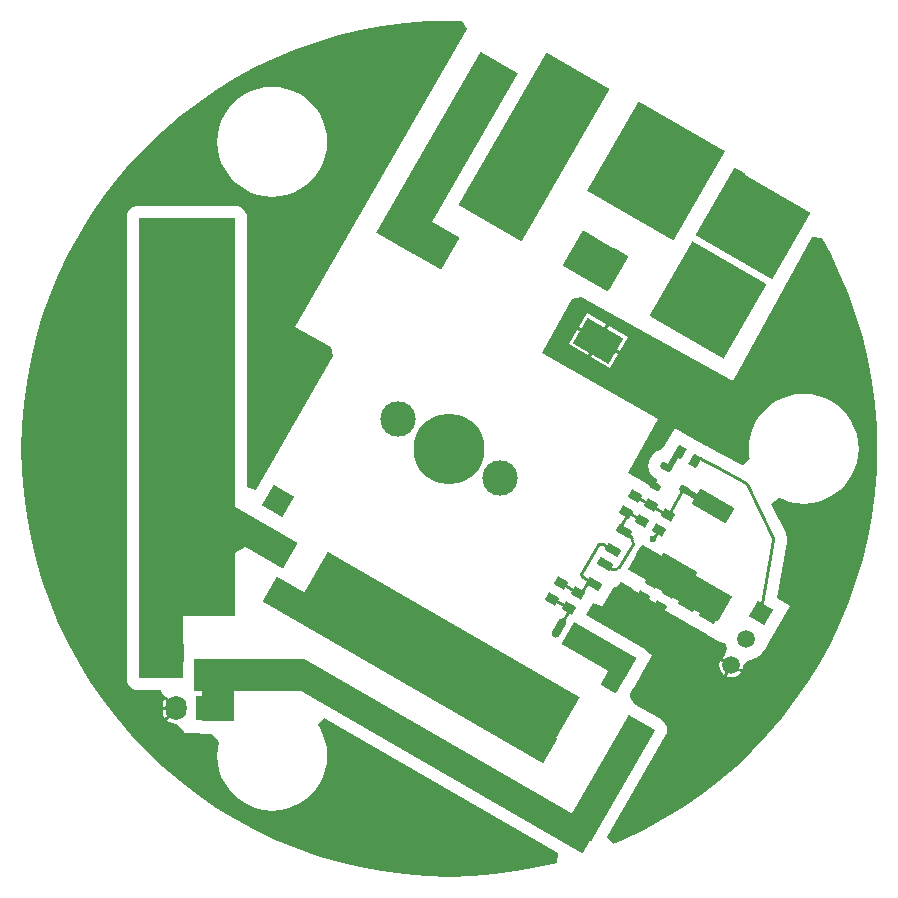
<source format=gtl>
G04*
G04 #@! TF.GenerationSoftware,Altium Limited,Altium Designer,21.1.1 (26)*
G04*
G04 Layer_Physical_Order=1*
G04 Layer_Color=255*
%FSLAX25Y25*%
%MOIN*%
G70*
G04*
G04 #@! TF.SameCoordinates,7E344F8E-89F9-4E97-97FE-234FB0D6FCC2*
G04*
G04*
G04 #@! TF.FilePolarity,Positive*
G04*
G01*
G75*
%ADD10C,0.01000*%
G04:AMPARAMS|DCode=21|XSize=29.53mil|YSize=39.37mil|CornerRadius=0mil|HoleSize=0mil|Usage=FLASHONLY|Rotation=150.000|XOffset=0mil|YOffset=0mil|HoleType=Round|Shape=Rectangle|*
%AMROTATEDRECTD21*
4,1,4,0.02263,0.00967,0.00294,-0.02443,-0.02263,-0.00967,-0.00294,0.02443,0.02263,0.00967,0.0*
%
%ADD21ROTATEDRECTD21*%

G04:AMPARAMS|DCode=22|XSize=131.89mil|YSize=59.06mil|CornerRadius=0mil|HoleSize=0mil|Usage=FLASHONLY|Rotation=330.000|XOffset=0mil|YOffset=0mil|HoleType=Round|Shape=Rectangle|*
%AMROTATEDRECTD22*
4,1,4,-0.07187,0.00740,-0.04235,0.05854,0.07187,-0.00740,0.04235,-0.05854,-0.07187,0.00740,0.0*
%
%ADD22ROTATEDRECTD22*%

G04:AMPARAMS|DCode=23|XSize=131.89mil|YSize=59.06mil|CornerRadius=0mil|HoleSize=0mil|Usage=FLASHONLY|Rotation=60.000|XOffset=0mil|YOffset=0mil|HoleType=Round|Shape=Rectangle|*
%AMROTATEDRECTD23*
4,1,4,-0.00740,-0.07187,-0.05854,-0.04235,0.00740,0.07187,0.05854,0.04235,-0.00740,-0.07187,0.0*
%
%ADD23ROTATEDRECTD23*%

G04:AMPARAMS|DCode=24|XSize=92.56mil|YSize=100.43mil|CornerRadius=23.14mil|HoleSize=0mil|Usage=FLASHONLY|Rotation=0.000|XOffset=0mil|YOffset=0mil|HoleType=Round|Shape=RoundedRectangle|*
%AMROUNDEDRECTD24*
21,1,0.09256,0.05415,0,0,0.0*
21,1,0.04628,0.10043,0,0,0.0*
1,1,0.04628,0.02314,-0.02708*
1,1,0.04628,-0.02314,-0.02708*
1,1,0.04628,-0.02314,0.02708*
1,1,0.04628,0.02314,0.02708*
%
%ADD24ROUNDEDRECTD24*%
G04:AMPARAMS|DCode=25|XSize=29.53mil|YSize=39.37mil|CornerRadius=0mil|HoleSize=0mil|Usage=FLASHONLY|Rotation=240.000|XOffset=0mil|YOffset=0mil|HoleType=Round|Shape=Rectangle|*
%AMROTATEDRECTD25*
4,1,4,-0.00967,0.02263,0.02443,0.00294,0.00967,-0.02263,-0.02443,-0.00294,-0.00967,0.02263,0.0*
%
%ADD25ROTATEDRECTD25*%

G04:AMPARAMS|DCode=26|XSize=41.34mil|YSize=70.87mil|CornerRadius=0mil|HoleSize=0mil|Usage=FLASHONLY|Rotation=330.000|XOffset=0mil|YOffset=0mil|HoleType=Round|Shape=Rectangle|*
%AMROTATEDRECTD26*
4,1,4,-0.03562,-0.02035,-0.00018,0.04102,0.03562,0.02035,0.00018,-0.04102,-0.03562,-0.02035,0.0*
%
%ADD26ROTATEDRECTD26*%

%ADD27R,0.13189X0.05906*%
G04:AMPARAMS|DCode=28|XSize=37.4mil|YSize=57.09mil|CornerRadius=0mil|HoleSize=0mil|Usage=FLASHONLY|Rotation=60.000|XOffset=0mil|YOffset=0mil|HoleType=Round|Shape=Rectangle|*
%AMROTATEDRECTD28*
4,1,4,0.01537,-0.03047,-0.03407,-0.00192,-0.01537,0.03047,0.03407,0.00192,0.01537,-0.03047,0.0*
%
%ADD28ROTATEDRECTD28*%

G04:AMPARAMS|DCode=29|XSize=107.99mil|YSize=85mil|CornerRadius=0mil|HoleSize=0mil|Usage=FLASHONLY|Rotation=150.000|XOffset=0mil|YOffset=0mil|HoleType=Round|Shape=Rectangle|*
%AMROTATEDRECTD29*
4,1,4,0.06801,0.00981,0.02551,-0.06380,-0.06801,-0.00981,-0.02551,0.06380,0.06801,0.00981,0.0*
%
%ADD29ROTATEDRECTD29*%

G04:AMPARAMS|DCode=30|XSize=23.62mil|YSize=27.56mil|CornerRadius=0mil|HoleSize=0mil|Usage=FLASHONLY|Rotation=240.000|XOffset=0mil|YOffset=0mil|HoleType=Round|Shape=Rectangle|*
%AMROTATEDRECTD30*
4,1,4,-0.00603,0.01712,0.01784,0.00334,0.00603,-0.01712,-0.01784,-0.00334,-0.00603,0.01712,0.0*
%
%ADD30ROTATEDRECTD30*%

G04:AMPARAMS|DCode=31|XSize=39.37mil|YSize=27.56mil|CornerRadius=0mil|HoleSize=0mil|Usage=FLASHONLY|Rotation=240.000|XOffset=0mil|YOffset=0mil|HoleType=Round|Shape=Rectangle|*
%AMROTATEDRECTD31*
4,1,4,-0.00209,0.02394,0.02178,0.01016,0.00209,-0.02394,-0.02178,-0.01016,-0.00209,0.02394,0.0*
%
%ADD31ROTATEDRECTD31*%

G04:AMPARAMS|DCode=32|XSize=27.56mil|YSize=70.87mil|CornerRadius=0mil|HoleSize=0mil|Usage=FLASHONLY|Rotation=330.000|XOffset=0mil|YOffset=0mil|HoleType=Round|Shape=Round|*
%AMOVALD32*
21,1,0.04331,0.02756,0.00000,0.00000,60.0*
1,1,0.02756,-0.01083,-0.01875*
1,1,0.02756,0.01083,0.01875*
%
%ADD32OVALD32*%

G04:AMPARAMS|DCode=33|XSize=27.56mil|YSize=49.21mil|CornerRadius=0mil|HoleSize=0mil|Usage=FLASHONLY|Rotation=60.000|XOffset=0mil|YOffset=0mil|HoleType=Round|Shape=Rectangle|*
%AMROTATEDRECTD33*
4,1,4,0.01442,-0.02424,-0.02820,0.00037,-0.01442,0.02424,0.02820,-0.00037,0.01442,-0.02424,0.0*
%
%ADD33ROTATEDRECTD33*%

G04:AMPARAMS|DCode=34|XSize=23.62mil|YSize=39.37mil|CornerRadius=5.91mil|HoleSize=0mil|Usage=FLASHONLY|Rotation=60.000|XOffset=0mil|YOffset=0mil|HoleType=Round|Shape=RoundedRectangle|*
%AMROUNDEDRECTD34*
21,1,0.02362,0.02756,0,0,60.0*
21,1,0.01181,0.03937,0,0,60.0*
1,1,0.01181,0.01489,-0.00178*
1,1,0.01181,0.00898,-0.01200*
1,1,0.01181,-0.01489,0.00178*
1,1,0.01181,-0.00898,0.01200*
%
%ADD34ROUNDEDRECTD34*%
%ADD62C,0.02000*%
%ADD63R,0.36500X0.11000*%
G04:AMPARAMS|DCode=64|XSize=1130.4mil|YSize=97.92mil|CornerRadius=0mil|HoleSize=0mil|Usage=FLASHONLY|Rotation=150.000|XOffset=0mil|YOffset=0mil|HoleType=Round|Shape=Rectangle|*
%AMROTATEDRECTD64*
4,1,4,0.51396,-0.24020,0.46500,-0.32500,-0.51396,0.24020,-0.46500,0.32500,0.51396,-0.24020,0.0*
%
%ADD64ROTATEDRECTD64*%

G04:AMPARAMS|DCode=65|XSize=426.77mil|YSize=101.6mil|CornerRadius=0mil|HoleSize=0mil|Usage=FLASHONLY|Rotation=60.000|XOffset=0mil|YOffset=0mil|HoleType=Round|Shape=Rectangle|*
%AMROTATEDRECTD65*
4,1,4,-0.06270,-0.21020,-0.15069,-0.15940,0.06270,0.21020,0.15069,0.15940,-0.06270,-0.21020,0.0*
%
%ADD65ROTATEDRECTD65*%

G04:AMPARAMS|DCode=66|XSize=346.46mil|YSize=95.39mil|CornerRadius=0mil|HoleSize=0mil|Usage=FLASHONLY|Rotation=150.000|XOffset=0mil|YOffset=0mil|HoleType=Round|Shape=Rectangle|*
%AMROTATEDRECTD66*
4,1,4,0.17387,-0.04531,0.12617,-0.12792,-0.17387,0.04531,-0.12617,0.12792,0.17387,-0.04531,0.0*
%
%ADD66ROTATEDRECTD66*%

%ADD67R,0.11000X0.21000*%
G04:AMPARAMS|DCode=68|XSize=264.02mil|YSize=94.28mil|CornerRadius=0mil|HoleSize=0mil|Usage=FLASHONLY|Rotation=30.000|XOffset=0mil|YOffset=0mil|HoleType=Round|Shape=Rectangle|*
%AMROTATEDRECTD68*
4,1,4,-0.09075,-0.10683,-0.13789,-0.02518,0.09075,0.10683,0.13789,0.02518,-0.09075,-0.10683,0.0*
%
%ADD68ROTATEDRECTD68*%

G04:AMPARAMS|DCode=69|XSize=264.02mil|YSize=98.61mil|CornerRadius=0mil|HoleSize=0mil|Usage=FLASHONLY|Rotation=150.000|XOffset=0mil|YOffset=0mil|HoleType=Round|Shape=Rectangle|*
%AMROTATEDRECTD69*
4,1,4,0.13898,-0.02330,0.08967,-0.10871,-0.13898,0.02330,-0.08967,0.10871,0.13898,-0.02330,0.0*
%
%ADD69ROTATEDRECTD69*%

%ADD70R,0.15000X0.21500*%
%ADD71R,0.32000X1.33000*%
G04:AMPARAMS|DCode=72|XSize=969.55mil|YSize=249.73mil|CornerRadius=0mil|HoleSize=0mil|Usage=FLASHONLY|Rotation=150.000|XOffset=0mil|YOffset=0mil|HoleType=Round|Shape=Rectangle|*
%AMROTATEDRECTD72*
4,1,4,0.48226,-0.13425,0.35740,-0.35052,-0.48226,0.13425,-0.35740,0.35052,0.48226,-0.13425,0.0*
%
%ADD72ROTATEDRECTD72*%

G04:AMPARAMS|DCode=73|XSize=1079.73mil|YSize=95.44mil|CornerRadius=0mil|HoleSize=0mil|Usage=FLASHONLY|Rotation=150.000|XOffset=0mil|YOffset=0mil|HoleType=Round|Shape=Rectangle|*
%AMROTATEDRECTD73*
4,1,4,0.49140,-0.22861,0.44368,-0.31126,-0.49140,0.22861,-0.44368,0.31126,0.49140,-0.22861,0.0*
%
%ADD73ROTATEDRECTD73*%

G04:AMPARAMS|DCode=74|XSize=240.7mil|YSize=84.28mil|CornerRadius=0mil|HoleSize=0mil|Usage=FLASHONLY|Rotation=150.000|XOffset=0mil|YOffset=0mil|HoleType=Round|Shape=Rectangle|*
%AMROTATEDRECTD74*
4,1,4,0.12530,-0.02368,0.08316,-0.09667,-0.12530,0.02368,-0.08316,0.09667,0.12530,-0.02368,0.0*
%
%ADD74ROTATEDRECTD74*%

G04:AMPARAMS|DCode=75|XSize=332.31mil|YSize=343.6mil|CornerRadius=0mil|HoleSize=0mil|Usage=FLASHONLY|Rotation=150.000|XOffset=0mil|YOffset=0mil|HoleType=Round|Shape=Rectangle|*
%AMROTATEDRECTD75*
4,1,4,0.22979,0.06571,0.05799,-0.23186,-0.22979,-0.06571,-0.05799,0.23186,0.22979,0.06571,0.0*
%
%ADD75ROTATEDRECTD75*%

G04:AMPARAMS|DCode=76|XSize=295.17mil|YSize=256.2mil|CornerRadius=0mil|HoleSize=0mil|Usage=FLASHONLY|Rotation=150.000|XOffset=0mil|YOffset=0mil|HoleType=Round|Shape=Rectangle|*
%AMROTATEDRECTD76*
4,1,4,0.19186,0.03714,0.06376,-0.18473,-0.19186,-0.03714,-0.06376,0.18473,0.19186,0.03714,0.0*
%
%ADD76ROTATEDRECTD76*%

G04:AMPARAMS|DCode=77|XSize=285.54mil|YSize=286.87mil|CornerRadius=0mil|HoleSize=0mil|Usage=FLASHONLY|Rotation=150.000|XOffset=0mil|YOffset=0mil|HoleType=Round|Shape=Rectangle|*
%AMROTATEDRECTD77*
4,1,4,0.19536,0.05283,0.05193,-0.19560,-0.19536,-0.05283,-0.05193,0.19560,0.19536,0.05283,0.0*
%
%ADD77ROTATEDRECTD77*%

G04:AMPARAMS|DCode=78|XSize=134.59mil|YSize=172.4mil|CornerRadius=0mil|HoleSize=0mil|Usage=FLASHONLY|Rotation=60.000|XOffset=0mil|YOffset=0mil|HoleType=Round|Shape=Rectangle|*
%AMROTATEDRECTD78*
4,1,4,0.04101,-0.10138,-0.10830,-0.01518,-0.04101,0.10138,0.10830,0.01518,0.04101,-0.10138,0.0*
%
%ADD78ROTATEDRECTD78*%

G04:AMPARAMS|DCode=79|XSize=123.43mil|YSize=249.22mil|CornerRadius=0mil|HoleSize=0mil|Usage=FLASHONLY|Rotation=60.000|XOffset=0mil|YOffset=0mil|HoleType=Round|Shape=Rectangle|*
%AMROTATEDRECTD79*
4,1,4,0.07706,-0.11575,-0.13877,0.00886,-0.07706,0.11575,0.13877,-0.00886,0.07706,-0.11575,0.0*
%
%ADD79ROTATEDRECTD79*%

G04:AMPARAMS|DCode=80|XSize=243.21mil|YSize=586.67mil|CornerRadius=0mil|HoleSize=0mil|Usage=FLASHONLY|Rotation=330.000|XOffset=0mil|YOffset=0mil|HoleType=Round|Shape=Rectangle|*
%AMROTATEDRECTD80*
4,1,4,-0.25198,-0.19324,0.04136,0.31484,0.25198,0.19324,-0.04136,-0.31484,-0.25198,-0.19324,0.0*
%
%ADD80ROTATEDRECTD80*%

G04:AMPARAMS|DCode=81|XSize=143.56mil|YSize=695.85mil|CornerRadius=0mil|HoleSize=0mil|Usage=FLASHONLY|Rotation=330.000|XOffset=0mil|YOffset=0mil|HoleType=Round|Shape=Rectangle|*
%AMROTATEDRECTD81*
4,1,4,-0.23613,-0.26542,0.11180,0.33720,0.23613,0.26542,-0.11180,-0.33720,-0.23613,-0.26542,0.0*
%
%ADD81ROTATEDRECTD81*%

G04:AMPARAMS|DCode=82|XSize=137.8mil|YSize=98.43mil|CornerRadius=0mil|HoleSize=0mil|Usage=FLASHONLY|Rotation=150.000|XOffset=0mil|YOffset=0mil|HoleType=Round|Shape=Rectangle|*
%AMROTATEDRECTD82*
4,1,4,0.08427,0.00817,0.03506,-0.07707,-0.08427,-0.00817,-0.03506,0.07707,0.08427,0.00817,0.0*
%
%ADD82ROTATEDRECTD82*%

%ADD83P,0.11136X4X195.0*%
%ADD84C,0.23622*%
%ADD85C,0.11811*%
%ADD86C,0.07874*%
%ADD87P,0.08352X4X285.0*%
%ADD88C,0.05906*%
G04:AMPARAMS|DCode=89|XSize=70.87mil|YSize=82.68mil|CornerRadius=0mil|HoleSize=0mil|Usage=FLASHONLY|Rotation=150.000|XOffset=0mil|YOffset=0mil|HoleType=Round|Shape=Round|*
%AMOVALD89*
21,1,0.01181,0.07087,0.00000,0.00000,240.0*
1,1,0.07087,0.00295,0.00511*
1,1,0.07087,-0.00295,-0.00511*
%
%ADD89OVALD89*%

G04:AMPARAMS|DCode=90|XSize=70.87mil|YSize=82.68mil|CornerRadius=0mil|HoleSize=0mil|Usage=FLASHONLY|Rotation=150.000|XOffset=0mil|YOffset=0mil|HoleType=Round|Shape=Rectangle|*
%AMROTATEDRECTD90*
4,1,4,0.05135,0.01808,0.01002,-0.05352,-0.05135,-0.01808,-0.01002,0.05352,0.05135,0.01808,0.0*
%
%ADD90ROTATEDRECTD90*%

G04:AMPARAMS|DCode=91|XSize=70.87mil|YSize=82.68mil|CornerRadius=0mil|HoleSize=0mil|Usage=FLASHONLY|Rotation=60.000|XOffset=0mil|YOffset=0mil|HoleType=Round|Shape=Round|*
%AMOVALD91*
21,1,0.01181,0.07087,0.00000,0.00000,150.0*
1,1,0.07087,0.00511,-0.00295*
1,1,0.07087,-0.00511,0.00295*
%
%ADD91OVALD91*%

G04:AMPARAMS|DCode=92|XSize=70.87mil|YSize=82.68mil|CornerRadius=0mil|HoleSize=0mil|Usage=FLASHONLY|Rotation=60.000|XOffset=0mil|YOffset=0mil|HoleType=Round|Shape=Rectangle|*
%AMROTATEDRECTD92*
4,1,4,0.01808,-0.05135,-0.05352,-0.01002,-0.01808,0.05135,0.05352,0.01002,0.01808,-0.05135,0.0*
%
%ADD92ROTATEDRECTD92*%

%ADD93O,0.07087X0.08268*%
%ADD94R,0.07087X0.08268*%
%ADD95C,0.02362*%
G36*
X124118Y70230D02*
X127090Y64756D01*
X130305Y58016D01*
X133163Y51116D01*
X135655Y44077D01*
X137776Y36917D01*
X139520Y29656D01*
X140881Y22313D01*
X141855Y14910D01*
X142441Y7465D01*
X142637Y0D01*
X142441Y-7465D01*
X141855Y-14910D01*
X140881Y-22313D01*
X139520Y-29656D01*
X137776Y-36917D01*
X135655Y-44077D01*
X133163Y-51116D01*
X130305Y-58016D01*
X127090Y-64756D01*
X123527Y-71318D01*
X119625Y-77685D01*
X115395Y-83840D01*
X110849Y-89764D01*
X106000Y-95443D01*
X100859Y-100859D01*
X95443Y-106000D01*
X89764Y-110849D01*
X83840Y-115395D01*
X77685Y-119625D01*
X71318Y-123527D01*
X64756Y-127090D01*
X58016Y-130305D01*
X54726Y-131668D01*
X52637Y-129286D01*
X71998Y-95752D01*
X72401Y-94779D01*
X72539Y-93734D01*
X72401Y-92690D01*
X71998Y-91717D01*
X71357Y-90882D01*
X70521Y-90240D01*
X61722Y-85160D01*
X61620Y-85118D01*
X60364Y-82742D01*
X60156Y-81653D01*
X61156Y-79921D01*
X61161Y-79917D01*
X61802Y-79082D01*
X66016Y-71783D01*
X66419Y-70810D01*
X66420Y-70804D01*
X67664Y-68650D01*
X65948Y-67659D01*
X65375Y-66913D01*
X64539Y-66272D01*
X45650Y-55366D01*
X47913Y-51447D01*
X50441Y-52586D01*
X51024Y-52922D01*
X54876Y-46251D01*
X58274Y-45387D01*
X59529Y-46176D01*
X59529Y-46176D01*
X68288Y-51233D01*
X70632Y-53173D01*
X70632Y-53173D01*
X82504Y-60027D01*
X89432Y-64028D01*
Y-64028D01*
X92231Y-65180D01*
X92252Y-65308D01*
X92318Y-65484D01*
X92637Y-66872D01*
X92007Y-68708D01*
X91181Y-69341D01*
X90854Y-69767D01*
X94250Y-71727D01*
X97646Y-73688D01*
X97851Y-73192D01*
X97987Y-72160D01*
X99261Y-70696D01*
X100623Y-70279D01*
X100808Y-70248D01*
X102090Y-69766D01*
X103253Y-69043D01*
X104253Y-68106D01*
X105050Y-66993D01*
X105075Y-66939D01*
X106545Y-64337D01*
X106545Y-64337D01*
X113498Y-52295D01*
X109114Y-49764D01*
X112460Y-31172D01*
X112479Y-30768D01*
X112532Y-30368D01*
Y-30049D01*
X112476Y-29622D01*
X112451Y-29193D01*
X112399Y-29037D01*
X112377Y-28874D01*
X112213Y-28477D01*
X112077Y-28069D01*
X107379Y-18378D01*
X107515Y-17969D01*
X109808Y-16287D01*
X111100Y-16924D01*
X113369Y-17695D01*
X115719Y-18162D01*
X118110Y-18319D01*
X120501Y-18162D01*
X122852Y-17695D01*
X125120Y-16924D01*
X127270Y-15865D01*
X129262Y-14533D01*
X131064Y-12953D01*
X132643Y-11152D01*
X133975Y-9159D01*
X135035Y-7010D01*
X135805Y-4741D01*
X136272Y-2391D01*
X136429Y0D01*
X136272Y2391D01*
X135805Y4741D01*
X135035Y7010D01*
X133975Y9159D01*
X132643Y11152D01*
X131064Y12953D01*
X129262Y14533D01*
X127270Y15865D01*
X125120Y16924D01*
X122852Y17695D01*
X120501Y18162D01*
X118110Y18319D01*
X115719Y18162D01*
X113369Y17695D01*
X111100Y16924D01*
X108951Y15865D01*
X106958Y14533D01*
X105157Y12953D01*
X103577Y11152D01*
X102246Y9159D01*
X101186Y7010D01*
X100416Y4741D01*
X99948Y2391D01*
X99792Y0D01*
X99948Y-2391D01*
X100188Y-3597D01*
X97874Y-5508D01*
X97582Y-5596D01*
X91390Y-2236D01*
X86826Y241D01*
X86826Y241D01*
X85802Y797D01*
X85580Y882D01*
X80299Y3931D01*
Y3931D01*
X75184Y6883D01*
X71889Y1176D01*
X71697Y930D01*
X71047Y-178D01*
X70287Y-278D01*
X69170Y-740D01*
X68211Y-1476D01*
X67475Y-2435D01*
X66885Y-3458D01*
X66422Y-4575D01*
X66264Y-5773D01*
X66422Y-6972D01*
X66885Y-8088D01*
X67621Y-9047D01*
X68580Y-9783D01*
X69261Y-10176D01*
X69142Y-11017D01*
X66496Y-12148D01*
X64747Y-11138D01*
X64747Y-11138D01*
X59699Y-8224D01*
X69599Y9854D01*
X30948Y31775D01*
X40852Y49861D01*
X43733Y50700D01*
X94671Y22704D01*
X120829Y70470D01*
X124118Y70230D01*
D02*
G37*
G36*
X4362Y142523D02*
X5828Y139905D01*
X-51528Y40561D01*
X-39456Y33926D01*
X-38649Y31036D01*
X-64465Y-13679D01*
X-67466Y-12876D01*
Y77000D01*
X-67603Y78044D01*
X-68006Y79017D01*
X-68647Y79853D01*
X-69483Y80494D01*
X-70456Y80897D01*
X-71500Y81034D01*
X-103500D01*
X-104544Y80897D01*
X-105517Y80494D01*
X-106353Y79853D01*
X-106994Y79017D01*
X-107397Y78044D01*
X-107535Y77000D01*
Y-55000D01*
Y-56000D01*
Y-76500D01*
X-107397Y-77544D01*
X-106994Y-78517D01*
X-106353Y-79353D01*
X-105517Y-79994D01*
X-104544Y-80397D01*
X-103500Y-80534D01*
X-96208D01*
X-95995Y-80765D01*
X-94904Y-83534D01*
X-94969Y-83618D01*
X-95426Y-84723D01*
X-95582Y-85909D01*
Y-86000D01*
X-91000D01*
Y-87000D01*
X-95582D01*
Y-87091D01*
X-95426Y-88277D01*
X-94969Y-89382D01*
X-94240Y-90331D01*
X-93291Y-91059D01*
X-92186Y-91517D01*
X-91000Y-91673D01*
X-88755Y-93785D01*
X-88543Y-94238D01*
Y-94634D01*
X-84180D01*
X-83544Y-94897D01*
X-82500Y-95034D01*
X-79065D01*
X-77480Y-96754D01*
X-76847Y-98035D01*
X-77217Y-99896D01*
X-77374Y-102287D01*
X-77217Y-104678D01*
X-76750Y-107029D01*
X-75979Y-109298D01*
X-74920Y-111447D01*
X-73588Y-113439D01*
X-72008Y-115241D01*
X-70207Y-116821D01*
X-68214Y-118152D01*
X-66065Y-119212D01*
X-63796Y-119982D01*
X-61446Y-120449D01*
X-59055Y-120606D01*
X-56664Y-120449D01*
X-54314Y-119982D01*
X-52045Y-119212D01*
X-49896Y-118152D01*
X-47903Y-116821D01*
X-46102Y-115241D01*
X-44522Y-113439D01*
X-43191Y-111447D01*
X-42131Y-109298D01*
X-41361Y-107029D01*
X-40893Y-104678D01*
X-40736Y-102287D01*
X-40893Y-99896D01*
X-41361Y-97546D01*
X-42131Y-95277D01*
X-43191Y-93128D01*
X-43880Y-92097D01*
X-41774Y-89848D01*
X36196Y-134864D01*
X35732Y-138061D01*
X29656Y-139520D01*
X22313Y-140881D01*
X14910Y-141855D01*
X7465Y-142441D01*
X0Y-142637D01*
X-7465Y-142441D01*
X-14910Y-141855D01*
X-22313Y-140881D01*
X-29656Y-139520D01*
X-36917Y-137776D01*
X-44077Y-135655D01*
X-51116Y-133163D01*
X-58016Y-130305D01*
X-64756Y-127090D01*
X-71318Y-123527D01*
X-77685Y-119625D01*
X-83840Y-115395D01*
X-89764Y-110849D01*
X-95443Y-106000D01*
X-100859Y-100859D01*
X-106000Y-95443D01*
X-110849Y-89764D01*
X-115395Y-83840D01*
X-119625Y-77685D01*
X-123527Y-71318D01*
X-127090Y-64756D01*
X-130305Y-58016D01*
X-133163Y-51116D01*
X-135655Y-44077D01*
X-137776Y-36917D01*
X-139520Y-29656D01*
X-140881Y-22313D01*
X-141855Y-14910D01*
X-142441Y-7465D01*
X-142637Y0D01*
X-142441Y7465D01*
X-141855Y14910D01*
X-140881Y22313D01*
X-139520Y29656D01*
X-137776Y36917D01*
X-135655Y44077D01*
X-133163Y51116D01*
X-130305Y58016D01*
X-127090Y64756D01*
X-123527Y71318D01*
X-119625Y77685D01*
X-115395Y83840D01*
X-110849Y89764D01*
X-106000Y95443D01*
X-100859Y100859D01*
X-95443Y106000D01*
X-89764Y110849D01*
X-83840Y115395D01*
X-77685Y119625D01*
X-71318Y123527D01*
X-64756Y127090D01*
X-58016Y130305D01*
X-51116Y133163D01*
X-44077Y135655D01*
X-36917Y137776D01*
X-29656Y139520D01*
X-22313Y140881D01*
X-14910Y141855D01*
X-7465Y142441D01*
X0Y142637D01*
X4362Y142523D01*
D02*
G37*
%LPC*%
G36*
X45811Y45128D02*
X43100Y40433D01*
X49500Y36738D01*
X52211Y41433D01*
X45811Y45128D01*
D02*
G37*
G36*
X53077Y40933D02*
X50366Y36238D01*
X56766Y32543D01*
X59476Y37238D01*
X53077Y40933D01*
D02*
G37*
G36*
X42600Y39567D02*
X39890Y34872D01*
X46289Y31177D01*
X49000Y35872D01*
X42600Y39567D01*
D02*
G37*
G36*
X49866Y35372D02*
X47155Y30677D01*
X53555Y26982D01*
X56266Y31677D01*
X49866Y35372D01*
D02*
G37*
G36*
X90354Y-70633D02*
X90149Y-71128D01*
X90013Y-72160D01*
X90149Y-73192D01*
X90547Y-74154D01*
X91181Y-74979D01*
X91606Y-75306D01*
X93317Y-72343D01*
X90354Y-70633D01*
D02*
G37*
G36*
X94183Y-72843D02*
X92472Y-75806D01*
X92968Y-76011D01*
X94000Y-76147D01*
X95032Y-76011D01*
X95993Y-75613D01*
X96819Y-74979D01*
X97146Y-74554D01*
X94183Y-72843D01*
D02*
G37*
G36*
X-59055Y120606D02*
X-61446Y120449D01*
X-63796Y119982D01*
X-66065Y119212D01*
X-68214Y118152D01*
X-70207Y116821D01*
X-72008Y115241D01*
X-73588Y113439D01*
X-74920Y111447D01*
X-75979Y109298D01*
X-76750Y107029D01*
X-77217Y104678D01*
X-77374Y102287D01*
X-77217Y99896D01*
X-76750Y97546D01*
X-75979Y95277D01*
X-74920Y93128D01*
X-73588Y91136D01*
X-72008Y89334D01*
X-70207Y87754D01*
X-68214Y86423D01*
X-66065Y85363D01*
X-63796Y84593D01*
X-61446Y84125D01*
X-59055Y83969D01*
X-56664Y84125D01*
X-54314Y84593D01*
X-52045Y85363D01*
X-49896Y86423D01*
X-47903Y87754D01*
X-46102Y89334D01*
X-44522Y91136D01*
X-43191Y93128D01*
X-42131Y95277D01*
X-41361Y97546D01*
X-40893Y99896D01*
X-40736Y102287D01*
X-40893Y104678D01*
X-41361Y107029D01*
X-42131Y109298D01*
X-43191Y111447D01*
X-44522Y113439D01*
X-46102Y115241D01*
X-47903Y116821D01*
X-49896Y118152D01*
X-52045Y119212D01*
X-54314Y119982D01*
X-56664Y120449D01*
X-59055Y120606D01*
D02*
G37*
%LPD*%
D10*
X99158Y-11825D02*
G03*
X98737Y-11387I-898J-440D01*
G01*
X54370Y-40110D02*
G03*
X56550Y-39584I830J1341D01*
G01*
D02*
G03*
X56555Y-39575I-1350J815D01*
G01*
X61292Y-31538D02*
G03*
X60778Y-29765I-1961J392D01*
G01*
X78529Y-43171D02*
X82171D01*
X83748Y-44748D02*
X84748D01*
X76952D02*
X78529Y-43171D01*
X83748Y-44748D02*
X85500Y-46500D01*
X84748Y-44748D02*
X88500Y-48500D01*
X82171Y-43171D02*
X83748Y-44748D01*
X-96000Y-91000D02*
X-91000Y-87090D01*
Y-86500D01*
X-97500Y-81000D02*
X-91000Y-85909D01*
Y-86500D02*
Y-85909D01*
X68503Y-29259D02*
X69232Y-27998D01*
X68000Y-30131D02*
X68503Y-29259D01*
X69232Y-27998D02*
X69854Y-27230D01*
X34376Y-49956D02*
X35648Y-50690D01*
X38734Y-52471D01*
X40006Y-53206D01*
X36623Y-59787D02*
X37706Y-57912D01*
X39830Y-54232D01*
X40006Y-53206D01*
X103235Y-20235D02*
X107893Y-29842D01*
X103486Y-55415D02*
X107993Y-30368D01*
X103128Y-55751D02*
X103201Y-55700D01*
X103000Y-55840D02*
X103128Y-55751D01*
X107893Y-29842D02*
X107993Y-30049D01*
Y-30368D02*
Y-30049D01*
X103201Y-55700D02*
X103486Y-55415D01*
X99158Y-11825D02*
X99160Y-11829D01*
X44295Y-47735D02*
X45981Y-44815D01*
X48118Y-45035D01*
X42958Y-48091D02*
X44295Y-47735D01*
X49569Y-32004D02*
X49664Y-31909D01*
X49664Y-31909D02*
X49957Y-31616D01*
X50701D01*
X44423Y-42878D02*
X46434Y-44040D01*
X44026Y-41705D02*
X49569Y-32004D01*
X46434Y-44040D02*
X48118Y-45035D01*
X44026Y-42024D02*
Y-41705D01*
Y-42024D02*
X44081Y-42536D01*
X44423Y-42878D01*
X37329Y-44841D02*
X38601Y-45575D01*
X41687Y-47357D01*
X42958Y-48091D01*
X59228Y-21725D02*
X59262Y-21852D01*
X59028Y-20980D02*
X59130Y-21357D01*
X59228Y-21725D01*
X57530Y-25640D02*
Y-25251D01*
X59262Y-22251D01*
X57530Y-26123D02*
X58035Y-28194D01*
X57502Y-26006D02*
X57530Y-26123D01*
X59262Y-22251D02*
Y-21852D01*
X57502Y-26006D02*
Y-25797D01*
X57530Y-25640D01*
X59507Y-21256D02*
X63386Y-23495D01*
X61284Y-31580D02*
X61292Y-31538D01*
X56555Y-39575D02*
X61250Y-31750D01*
X61284Y-31580D01*
X61292Y-31538D02*
X61292Y-31538D01*
X58035Y-28194D02*
X59434Y-28356D01*
X60778Y-29765D01*
X51858Y-38556D02*
X54370Y-40110D01*
X50701Y-31616D02*
X51166Y-31884D01*
X53309Y-33122D01*
X53363Y-33149D02*
X54618Y-33776D01*
X53309Y-33122D02*
X53363Y-33149D01*
X63386Y-23495D02*
X64225Y-23980D01*
X72807Y-22115D02*
X73086Y-21726D01*
X77781Y-13595D01*
X67177Y-18865D02*
X71968Y-21631D01*
X62820Y-16350D02*
X67177Y-18865D01*
X71968Y-21631D02*
X72807Y-22115D01*
X61981Y-15865D02*
X62820Y-16350D01*
X89225Y-6225D02*
X98737Y-11387D01*
X84661Y-3749D02*
X89225Y-6225D01*
X83637Y-3193D02*
X84661Y-3749D01*
X99160Y-11829D02*
X103235Y-20235D01*
X82057Y-3976D02*
X83637Y-3193D01*
D21*
X82057Y-3976D02*
D03*
X76943Y-1024D02*
D03*
D22*
X87789Y-19164D02*
D03*
X75486Y-40474D02*
D03*
D23*
X56345Y-74348D02*
D03*
X77655Y-86652D02*
D03*
X44000Y65500D02*
D03*
X22690Y77803D02*
D03*
X75310Y47697D02*
D03*
X54000Y60000D02*
D03*
D24*
X-55591Y68250D02*
D03*
X-80000D02*
D03*
X-55591Y22750D02*
D03*
X-80000D02*
D03*
X-55591Y45500D02*
D03*
X-80000D02*
D03*
X-117500Y-45500D02*
D03*
X-93090D02*
D03*
X-117500Y0D02*
D03*
X-93090D02*
D03*
X-117500Y45500D02*
D03*
X-93090D02*
D03*
X-117500Y22750D02*
D03*
X-93090D02*
D03*
X-117500Y-68250D02*
D03*
X-93090D02*
D03*
X-117500Y-22750D02*
D03*
X-93090D02*
D03*
X-117500Y68250D02*
D03*
X-93090D02*
D03*
D25*
X72807Y-22115D02*
D03*
X69854Y-27230D02*
D03*
X64225Y-23980D02*
D03*
X67177Y-18865D02*
D03*
X37329Y-44841D02*
D03*
X34376Y-49956D02*
D03*
X70112Y-52782D02*
D03*
X73065Y-47668D02*
D03*
X67436Y-44418D02*
D03*
X64483Y-49532D02*
D03*
X61981Y-15865D02*
D03*
X59028Y-20980D02*
D03*
X40006Y-53206D02*
D03*
X42958Y-48091D02*
D03*
D26*
X86653Y94510D02*
D03*
X95347Y89490D02*
D03*
D27*
X-78000Y-48394D02*
D03*
X-78000Y-73000D02*
D03*
D28*
X75664Y-58165D02*
D03*
X79503Y-51517D02*
D03*
X82593Y-62165D02*
D03*
X86431Y-55517D02*
D03*
D29*
X90850Y75035D02*
D03*
X82150Y59965D02*
D03*
D30*
X6879Y101926D02*
D03*
X14380Y97596D02*
D03*
X18121Y104074D02*
D03*
X25121Y116074D02*
D03*
X17620Y120404D02*
D03*
X13879Y113926D02*
D03*
D31*
X10226Y107722D02*
D03*
X21774Y110277D02*
D03*
D32*
X49613Y-67287D02*
D03*
X45283Y-64787D02*
D03*
X40953Y-62287D02*
D03*
X36623Y-59787D02*
D03*
X39377Y-85017D02*
D03*
X35047Y-82517D02*
D03*
X30717Y-80017D02*
D03*
X26387Y-77517D02*
D03*
D33*
X58512Y-46717D02*
D03*
X48118Y-45035D02*
D03*
X51858Y-38556D02*
D03*
X65012Y-35458D02*
D03*
X54618Y-33776D02*
D03*
X58358Y-27298D02*
D03*
D34*
X72383Y-5951D02*
D03*
X68643Y-12429D02*
D03*
X78696Y-13914D02*
D03*
D62*
X79558Y-51422D02*
X84880Y-54495D01*
X73062Y-47672D02*
X79558Y-51422D01*
X68272Y-44906D02*
X73062Y-47672D01*
X84880Y-54495D02*
X86431Y-55517D01*
X67436Y-44418D02*
X68272Y-44906D01*
X65012Y-35458D02*
X66333Y-36091D01*
X70251Y-38353D02*
X75486Y-40474D01*
X66333Y-36091D02*
X70251Y-38353D01*
X77781Y-13595D02*
X78696Y-13914D01*
X72383Y-5951D02*
X73313Y-6278D01*
X76046Y-1624D02*
X76943Y-1024D01*
X73313Y-6278D02*
X76046Y-1624D01*
X79535Y-14399D02*
X82944Y-16367D01*
X87789Y-19164D01*
X78696Y-13914D02*
X79535Y-14399D01*
D63*
X-66750Y-75500D02*
D03*
D64*
X-2000Y-102500D02*
D03*
D65*
X53435Y-109674D02*
D03*
D66*
X76952Y-44748D02*
D03*
D67*
X-77000Y-80500D02*
D03*
D68*
X-77511Y-32872D02*
D03*
D69*
X-64601Y-29192D02*
D03*
D70*
X-96000Y-65750D02*
D03*
D71*
X-87500Y10500D02*
D03*
D72*
X-4726Y-69575D02*
D03*
D73*
X-13226Y-73725D02*
D03*
D74*
X49992Y-67397D02*
D03*
D75*
X69029Y92434D02*
D03*
D76*
X101367Y74904D02*
D03*
D77*
X86258Y49619D02*
D03*
D78*
X48717Y62625D02*
D03*
D79*
X-10556Y71138D02*
D03*
D80*
X28250Y100567D02*
D03*
D81*
X-670Y98669D02*
D03*
D82*
X49683Y36055D02*
D03*
X-7301Y68955D02*
D03*
D83*
X-57196Y-17465D02*
D03*
X-57173Y-33425D02*
D03*
X-55346Y-49492D02*
D03*
D84*
X0Y0D02*
D03*
D85*
X-17048Y9843D02*
D03*
X17048Y-9843D02*
D03*
D86*
X35840Y99501D02*
D03*
X53160Y89499D02*
D03*
D87*
X104000Y-54840D02*
D03*
D88*
X99000Y-63500D02*
D03*
X94000Y-72160D02*
D03*
D89*
X68000Y105500D02*
D03*
X43000Y119500D02*
D03*
D90*
X76660Y100500D02*
D03*
X34340Y124500D02*
D03*
D91*
X105000Y62500D02*
D03*
D92*
X100000Y53840D02*
D03*
D93*
X-91000Y-86500D02*
D03*
D94*
X-81000Y-86500D02*
D03*
D95*
X96614Y16849D02*
D03*
X100944Y14349D02*
D03*
X98886Y20786D02*
D03*
X103216Y18286D02*
D03*
X101159Y24722D02*
D03*
X105489Y22222D02*
D03*
X103432Y28659D02*
D03*
X107762Y26159D02*
D03*
X105704Y32595D02*
D03*
X110035Y30095D02*
D03*
X107977Y36532D02*
D03*
X112307Y34032D02*
D03*
X110250Y40468D02*
D03*
X114580Y37968D02*
D03*
X112523Y44405D02*
D03*
X116853Y41905D02*
D03*
X114795Y48341D02*
D03*
X119125Y45841D02*
D03*
X117068Y52278D02*
D03*
X121398Y49778D02*
D03*
X119341Y56214D02*
D03*
X123671Y53714D02*
D03*
X125944Y57651D02*
D03*
X121614Y60150D02*
D03*
X128000Y-51199D02*
D03*
X123454Y-59072D02*
D03*
X125727Y-55135D02*
D03*
X123670Y-48699D02*
D03*
X98670Y-92000D02*
D03*
X103000Y-94500D02*
D03*
X100943Y-88064D02*
D03*
X105273Y-90563D02*
D03*
X103215Y-84127D02*
D03*
X107545Y-86627D02*
D03*
X105488Y-80190D02*
D03*
X109818Y-82691D02*
D03*
X118909Y-66945D02*
D03*
X116852Y-60508D02*
D03*
X121182Y-63008D02*
D03*
X119124Y-56572D02*
D03*
X121397Y-52635D02*
D03*
X112091Y-78754D02*
D03*
X92000Y-50500D02*
D03*
X107761Y-76254D02*
D03*
X110034Y-72318D02*
D03*
X114364Y-74818D02*
D03*
X112306Y-68381D02*
D03*
X116636Y-70881D02*
D03*
X114579Y-64445D02*
D03*
X5801Y-134670D02*
D03*
X3301Y-139000D02*
D03*
X-635Y-136727D02*
D03*
X1865Y-132397D02*
D03*
X-4572Y-134455D02*
D03*
X-2072Y-130124D02*
D03*
X-8508Y-132182D02*
D03*
X-6008Y-127852D02*
D03*
X-12445Y-129909D02*
D03*
X-9945Y-125579D02*
D03*
X-16381Y-127636D02*
D03*
X-13881Y-123306D02*
D03*
X-20318Y-125364D02*
D03*
X-17818Y-121034D02*
D03*
X-24254Y-123091D02*
D03*
X-21754Y-118761D02*
D03*
X-28191Y-120818D02*
D03*
X-25691Y-116488D02*
D03*
X-32127Y-118545D02*
D03*
X-29627Y-114215D02*
D03*
X-36064Y-116273D02*
D03*
X-33564Y-111943D02*
D03*
X-40000Y-114000D02*
D03*
X-37500Y-109670D02*
D03*
X-35670Y81199D02*
D03*
X-40000Y83699D02*
D03*
X-37727Y87635D02*
D03*
X-33397Y85135D02*
D03*
X-35454Y91572D02*
D03*
X-31124Y89072D02*
D03*
X-33182Y95508D02*
D03*
X-28852Y93008D02*
D03*
X-30909Y99445D02*
D03*
X-26579Y96945D02*
D03*
X-28636Y103381D02*
D03*
X-24306Y100881D02*
D03*
X-26364Y107318D02*
D03*
X-22034Y104818D02*
D03*
X-24091Y111254D02*
D03*
X-19761Y108754D02*
D03*
X-21818Y115191D02*
D03*
X-17488Y112691D02*
D03*
X-19545Y119127D02*
D03*
X-15215Y116627D02*
D03*
X-17273Y123064D02*
D03*
X-12943Y120563D02*
D03*
X-15000Y127000D02*
D03*
X-10670Y124500D02*
D03*
X-134000Y26500D02*
D03*
X-129000D02*
D03*
Y21955D02*
D03*
X-134000D02*
D03*
X-129000Y17409D02*
D03*
X-134000D02*
D03*
X-129000Y12864D02*
D03*
X-134000D02*
D03*
X-129000Y8318D02*
D03*
X-134000D02*
D03*
X-129000Y3773D02*
D03*
X-134000D02*
D03*
X-129000Y-773D02*
D03*
X-134000D02*
D03*
X-129000Y-5318D02*
D03*
X-134000D02*
D03*
X-129000Y-9864D02*
D03*
X-134000D02*
D03*
X-129000Y-14409D02*
D03*
X-134000D02*
D03*
X-129000Y-18955D02*
D03*
X-134000D02*
D03*
X-129000Y-23500D02*
D03*
X-134000D02*
D03*
X-84000Y-40000D02*
D03*
X-79000D02*
D03*
X-74000D02*
D03*
X-84000Y-35455D02*
D03*
X-79000D02*
D03*
X-74000D02*
D03*
X-84000Y-30909D02*
D03*
X-79000D02*
D03*
X-74000D02*
D03*
X-84000Y-26364D02*
D03*
X-79000D02*
D03*
X-74000D02*
D03*
X-84000Y-21818D02*
D03*
X-79000D02*
D03*
X-74000D02*
D03*
X-84000Y-17273D02*
D03*
X-79000D02*
D03*
X-74000D02*
D03*
X-84000Y-12727D02*
D03*
X-79000D02*
D03*
X-74000D02*
D03*
X-84000Y-8182D02*
D03*
X-79000D02*
D03*
X-74000D02*
D03*
X-84000Y-3636D02*
D03*
X-79000D02*
D03*
X-74000D02*
D03*
X-84000Y909D02*
D03*
X-79000D02*
D03*
X-74000D02*
D03*
X-84000Y5455D02*
D03*
X-79000D02*
D03*
X-74000D02*
D03*
Y10000D02*
D03*
X-79000D02*
D03*
X-84000D02*
D03*
X87500Y-78000D02*
D03*
X84000Y-82500D02*
D03*
X80500Y-87000D02*
D03*
X76000Y-93000D02*
D03*
X65500Y-95500D02*
D03*
X59500Y-92500D02*
D03*
X62500Y-94000D02*
D03*
X88500Y-48500D02*
D03*
X85500Y-46500D02*
D03*
X68000Y-30131D02*
D03*
M02*

</source>
